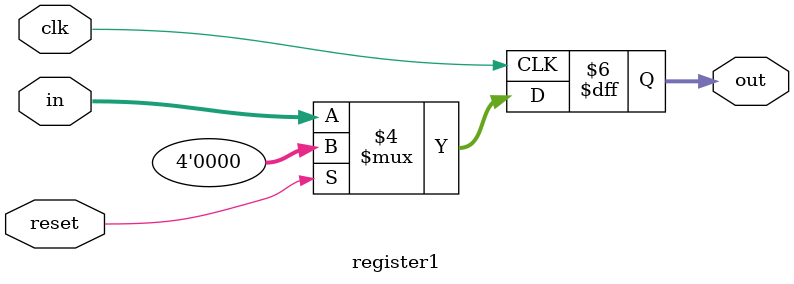
<source format=v>
module register1 #(parameter W=4) (clk, in, out, reset);

input [W-1:0] in;
input reset, clk;
output reg [W-1:0] out;

initial begin
	out = 0;
end

	always @(posedge clk) begin
	
		if (reset)
			out = 0;
		else 
			out = in;
	end
endmodule
</source>
